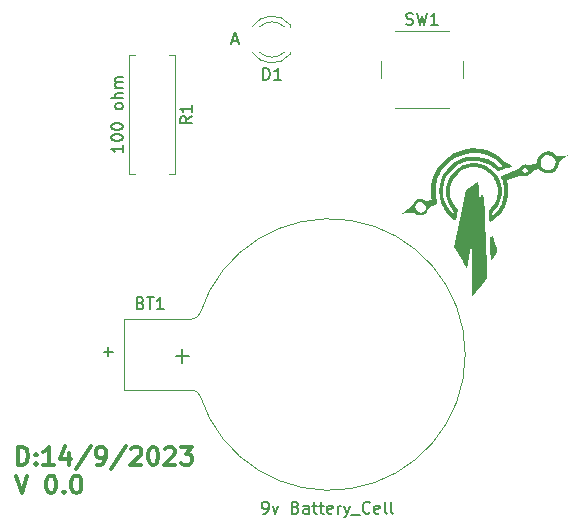
<source format=gbr>
%TF.GenerationSoftware,KiCad,Pcbnew,7.0.1*%
%TF.CreationDate,2023-09-18T10:06:49+03:00*%
%TF.ProjectId,led_tourch,6c65645f-746f-4757-9263-682e6b696361,Mohamed Saber*%
%TF.SameCoordinates,Original*%
%TF.FileFunction,Legend,Top*%
%TF.FilePolarity,Positive*%
%FSLAX45Y45*%
G04 Gerber Fmt 4.5, Leading zero omitted, Abs format (unit mm)*
G04 Created by KiCad (PCBNEW 7.0.1) date 2023-09-18 10:06:49*
%MOMM*%
%LPD*%
G01*
G04 APERTURE LIST*
%ADD10C,0.300000*%
%ADD11C,0.150000*%
%ADD12C,0.120000*%
G04 APERTURE END LIST*
D10*
X15885314Y-7028443D02*
X15885314Y-6878443D01*
X15885314Y-6878443D02*
X15921028Y-6878443D01*
X15921028Y-6878443D02*
X15942457Y-6885586D01*
X15942457Y-6885586D02*
X15956743Y-6899871D01*
X15956743Y-6899871D02*
X15963886Y-6914157D01*
X15963886Y-6914157D02*
X15971028Y-6942728D01*
X15971028Y-6942728D02*
X15971028Y-6964157D01*
X15971028Y-6964157D02*
X15963886Y-6992728D01*
X15963886Y-6992728D02*
X15956743Y-7007014D01*
X15956743Y-7007014D02*
X15942457Y-7021300D01*
X15942457Y-7021300D02*
X15921028Y-7028443D01*
X15921028Y-7028443D02*
X15885314Y-7028443D01*
X16035314Y-7014157D02*
X16042457Y-7021300D01*
X16042457Y-7021300D02*
X16035314Y-7028443D01*
X16035314Y-7028443D02*
X16028171Y-7021300D01*
X16028171Y-7021300D02*
X16035314Y-7014157D01*
X16035314Y-7014157D02*
X16035314Y-7028443D01*
X16035314Y-6935586D02*
X16042457Y-6942728D01*
X16042457Y-6942728D02*
X16035314Y-6949871D01*
X16035314Y-6949871D02*
X16028171Y-6942728D01*
X16028171Y-6942728D02*
X16035314Y-6935586D01*
X16035314Y-6935586D02*
X16035314Y-6949871D01*
X16185314Y-7028443D02*
X16099600Y-7028443D01*
X16142457Y-7028443D02*
X16142457Y-6878443D01*
X16142457Y-6878443D02*
X16128171Y-6899871D01*
X16128171Y-6899871D02*
X16113886Y-6914157D01*
X16113886Y-6914157D02*
X16099600Y-6921300D01*
X16313886Y-6928443D02*
X16313886Y-7028443D01*
X16278171Y-6871300D02*
X16242457Y-6978443D01*
X16242457Y-6978443D02*
X16335314Y-6978443D01*
X16499600Y-6871300D02*
X16371028Y-7064157D01*
X16556743Y-7028443D02*
X16585314Y-7028443D01*
X16585314Y-7028443D02*
X16599600Y-7021300D01*
X16599600Y-7021300D02*
X16606743Y-7014157D01*
X16606743Y-7014157D02*
X16621028Y-6992728D01*
X16621028Y-6992728D02*
X16628171Y-6964157D01*
X16628171Y-6964157D02*
X16628171Y-6907014D01*
X16628171Y-6907014D02*
X16621028Y-6892728D01*
X16621028Y-6892728D02*
X16613886Y-6885586D01*
X16613886Y-6885586D02*
X16599600Y-6878443D01*
X16599600Y-6878443D02*
X16571028Y-6878443D01*
X16571028Y-6878443D02*
X16556743Y-6885586D01*
X16556743Y-6885586D02*
X16549600Y-6892728D01*
X16549600Y-6892728D02*
X16542457Y-6907014D01*
X16542457Y-6907014D02*
X16542457Y-6942728D01*
X16542457Y-6942728D02*
X16549600Y-6957014D01*
X16549600Y-6957014D02*
X16556743Y-6964157D01*
X16556743Y-6964157D02*
X16571028Y-6971300D01*
X16571028Y-6971300D02*
X16599600Y-6971300D01*
X16599600Y-6971300D02*
X16613886Y-6964157D01*
X16613886Y-6964157D02*
X16621028Y-6957014D01*
X16621028Y-6957014D02*
X16628171Y-6942728D01*
X16799600Y-6871300D02*
X16671028Y-7064157D01*
X16842457Y-6892728D02*
X16849600Y-6885586D01*
X16849600Y-6885586D02*
X16863886Y-6878443D01*
X16863886Y-6878443D02*
X16899600Y-6878443D01*
X16899600Y-6878443D02*
X16913886Y-6885586D01*
X16913886Y-6885586D02*
X16921029Y-6892728D01*
X16921029Y-6892728D02*
X16928171Y-6907014D01*
X16928171Y-6907014D02*
X16928171Y-6921300D01*
X16928171Y-6921300D02*
X16921029Y-6942728D01*
X16921029Y-6942728D02*
X16835314Y-7028443D01*
X16835314Y-7028443D02*
X16928171Y-7028443D01*
X17021029Y-6878443D02*
X17035314Y-6878443D01*
X17035314Y-6878443D02*
X17049600Y-6885586D01*
X17049600Y-6885586D02*
X17056743Y-6892728D01*
X17056743Y-6892728D02*
X17063886Y-6907014D01*
X17063886Y-6907014D02*
X17071029Y-6935586D01*
X17071029Y-6935586D02*
X17071029Y-6971300D01*
X17071029Y-6971300D02*
X17063886Y-6999871D01*
X17063886Y-6999871D02*
X17056743Y-7014157D01*
X17056743Y-7014157D02*
X17049600Y-7021300D01*
X17049600Y-7021300D02*
X17035314Y-7028443D01*
X17035314Y-7028443D02*
X17021029Y-7028443D01*
X17021029Y-7028443D02*
X17006743Y-7021300D01*
X17006743Y-7021300D02*
X16999600Y-7014157D01*
X16999600Y-7014157D02*
X16992457Y-6999871D01*
X16992457Y-6999871D02*
X16985314Y-6971300D01*
X16985314Y-6971300D02*
X16985314Y-6935586D01*
X16985314Y-6935586D02*
X16992457Y-6907014D01*
X16992457Y-6907014D02*
X16999600Y-6892728D01*
X16999600Y-6892728D02*
X17006743Y-6885586D01*
X17006743Y-6885586D02*
X17021029Y-6878443D01*
X17128171Y-6892728D02*
X17135314Y-6885586D01*
X17135314Y-6885586D02*
X17149600Y-6878443D01*
X17149600Y-6878443D02*
X17185314Y-6878443D01*
X17185314Y-6878443D02*
X17199600Y-6885586D01*
X17199600Y-6885586D02*
X17206743Y-6892728D01*
X17206743Y-6892728D02*
X17213886Y-6907014D01*
X17213886Y-6907014D02*
X17213886Y-6921300D01*
X17213886Y-6921300D02*
X17206743Y-6942728D01*
X17206743Y-6942728D02*
X17121028Y-7028443D01*
X17121028Y-7028443D02*
X17213886Y-7028443D01*
X17263886Y-6878443D02*
X17356743Y-6878443D01*
X17356743Y-6878443D02*
X17306743Y-6935586D01*
X17306743Y-6935586D02*
X17328171Y-6935586D01*
X17328171Y-6935586D02*
X17342457Y-6942728D01*
X17342457Y-6942728D02*
X17349600Y-6949871D01*
X17349600Y-6949871D02*
X17356743Y-6964157D01*
X17356743Y-6964157D02*
X17356743Y-6999871D01*
X17356743Y-6999871D02*
X17349600Y-7014157D01*
X17349600Y-7014157D02*
X17342457Y-7021300D01*
X17342457Y-7021300D02*
X17328171Y-7028443D01*
X17328171Y-7028443D02*
X17285314Y-7028443D01*
X17285314Y-7028443D02*
X17271028Y-7021300D01*
X17271028Y-7021300D02*
X17263886Y-7014157D01*
X15863886Y-7121443D02*
X15913886Y-7271443D01*
X15913886Y-7271443D02*
X15963886Y-7121443D01*
X16156743Y-7121443D02*
X16171028Y-7121443D01*
X16171028Y-7121443D02*
X16185314Y-7128586D01*
X16185314Y-7128586D02*
X16192457Y-7135728D01*
X16192457Y-7135728D02*
X16199600Y-7150014D01*
X16199600Y-7150014D02*
X16206743Y-7178586D01*
X16206743Y-7178586D02*
X16206743Y-7214300D01*
X16206743Y-7214300D02*
X16199600Y-7242871D01*
X16199600Y-7242871D02*
X16192457Y-7257157D01*
X16192457Y-7257157D02*
X16185314Y-7264300D01*
X16185314Y-7264300D02*
X16171028Y-7271443D01*
X16171028Y-7271443D02*
X16156743Y-7271443D01*
X16156743Y-7271443D02*
X16142457Y-7264300D01*
X16142457Y-7264300D02*
X16135314Y-7257157D01*
X16135314Y-7257157D02*
X16128171Y-7242871D01*
X16128171Y-7242871D02*
X16121028Y-7214300D01*
X16121028Y-7214300D02*
X16121028Y-7178586D01*
X16121028Y-7178586D02*
X16128171Y-7150014D01*
X16128171Y-7150014D02*
X16135314Y-7135728D01*
X16135314Y-7135728D02*
X16142457Y-7128586D01*
X16142457Y-7128586D02*
X16156743Y-7121443D01*
X16271028Y-7257157D02*
X16278171Y-7264300D01*
X16278171Y-7264300D02*
X16271028Y-7271443D01*
X16271028Y-7271443D02*
X16263886Y-7264300D01*
X16263886Y-7264300D02*
X16271028Y-7257157D01*
X16271028Y-7257157D02*
X16271028Y-7271443D01*
X16371028Y-7121443D02*
X16385314Y-7121443D01*
X16385314Y-7121443D02*
X16399600Y-7128586D01*
X16399600Y-7128586D02*
X16406743Y-7135728D01*
X16406743Y-7135728D02*
X16413886Y-7150014D01*
X16413886Y-7150014D02*
X16421028Y-7178586D01*
X16421028Y-7178586D02*
X16421028Y-7214300D01*
X16421028Y-7214300D02*
X16413886Y-7242871D01*
X16413886Y-7242871D02*
X16406743Y-7257157D01*
X16406743Y-7257157D02*
X16399600Y-7264300D01*
X16399600Y-7264300D02*
X16385314Y-7271443D01*
X16385314Y-7271443D02*
X16371028Y-7271443D01*
X16371028Y-7271443D02*
X16356743Y-7264300D01*
X16356743Y-7264300D02*
X16349600Y-7257157D01*
X16349600Y-7257157D02*
X16342457Y-7242871D01*
X16342457Y-7242871D02*
X16335314Y-7214300D01*
X16335314Y-7214300D02*
X16335314Y-7178586D01*
X16335314Y-7178586D02*
X16342457Y-7150014D01*
X16342457Y-7150014D02*
X16349600Y-7135728D01*
X16349600Y-7135728D02*
X16356743Y-7128586D01*
X16356743Y-7128586D02*
X16371028Y-7121443D01*
D11*
X17697448Y-3438990D02*
X17745067Y-3438990D01*
X17687924Y-3467562D02*
X17721257Y-3367562D01*
X17721257Y-3367562D02*
X17754590Y-3467562D01*
X16610009Y-6071067D02*
X16686200Y-6071067D01*
X16648105Y-6109162D02*
X16648105Y-6032971D01*
%TO.C,D1*%
X17960191Y-3771262D02*
X17960191Y-3671262D01*
X17960191Y-3671262D02*
X17984000Y-3671262D01*
X17984000Y-3671262D02*
X17998286Y-3676024D01*
X17998286Y-3676024D02*
X18007810Y-3685548D01*
X18007810Y-3685548D02*
X18012571Y-3695071D01*
X18012571Y-3695071D02*
X18017333Y-3714119D01*
X18017333Y-3714119D02*
X18017333Y-3728405D01*
X18017333Y-3728405D02*
X18012571Y-3747452D01*
X18012571Y-3747452D02*
X18007810Y-3756976D01*
X18007810Y-3756976D02*
X17998286Y-3766500D01*
X17998286Y-3766500D02*
X17984000Y-3771262D01*
X17984000Y-3771262D02*
X17960191Y-3771262D01*
X18112571Y-3771262D02*
X18055429Y-3771262D01*
X18084000Y-3771262D02*
X18084000Y-3671262D01*
X18084000Y-3671262D02*
X18074476Y-3685548D01*
X18074476Y-3685548D02*
X18064952Y-3695071D01*
X18064952Y-3695071D02*
X18055429Y-3699833D01*
%TO.C,BT1*%
X16922429Y-5659881D02*
X16936714Y-5664643D01*
X16936714Y-5664643D02*
X16941476Y-5669405D01*
X16941476Y-5669405D02*
X16946238Y-5678928D01*
X16946238Y-5678928D02*
X16946238Y-5693214D01*
X16946238Y-5693214D02*
X16941476Y-5702738D01*
X16941476Y-5702738D02*
X16936714Y-5707500D01*
X16936714Y-5707500D02*
X16927190Y-5712262D01*
X16927190Y-5712262D02*
X16889095Y-5712262D01*
X16889095Y-5712262D02*
X16889095Y-5612262D01*
X16889095Y-5612262D02*
X16922429Y-5612262D01*
X16922429Y-5612262D02*
X16931952Y-5617024D01*
X16931952Y-5617024D02*
X16936714Y-5621786D01*
X16936714Y-5621786D02*
X16941476Y-5631309D01*
X16941476Y-5631309D02*
X16941476Y-5640833D01*
X16941476Y-5640833D02*
X16936714Y-5650357D01*
X16936714Y-5650357D02*
X16931952Y-5655119D01*
X16931952Y-5655119D02*
X16922429Y-5659881D01*
X16922429Y-5659881D02*
X16889095Y-5659881D01*
X16974810Y-5612262D02*
X17031952Y-5612262D01*
X17003381Y-5712262D02*
X17003381Y-5612262D01*
X17117667Y-5712262D02*
X17060524Y-5712262D01*
X17089095Y-5712262D02*
X17089095Y-5612262D01*
X17089095Y-5612262D02*
X17079571Y-5626548D01*
X17079571Y-5626548D02*
X17070048Y-5636071D01*
X17070048Y-5636071D02*
X17060524Y-5640833D01*
X17958143Y-7442262D02*
X17977190Y-7442262D01*
X17977190Y-7442262D02*
X17986714Y-7437500D01*
X17986714Y-7437500D02*
X17991476Y-7432738D01*
X17991476Y-7432738D02*
X18001000Y-7418452D01*
X18001000Y-7418452D02*
X18005762Y-7399405D01*
X18005762Y-7399405D02*
X18005762Y-7361309D01*
X18005762Y-7361309D02*
X18001000Y-7351786D01*
X18001000Y-7351786D02*
X17996238Y-7347024D01*
X17996238Y-7347024D02*
X17986714Y-7342262D01*
X17986714Y-7342262D02*
X17967667Y-7342262D01*
X17967667Y-7342262D02*
X17958143Y-7347024D01*
X17958143Y-7347024D02*
X17953381Y-7351786D01*
X17953381Y-7351786D02*
X17948619Y-7361309D01*
X17948619Y-7361309D02*
X17948619Y-7385119D01*
X17948619Y-7385119D02*
X17953381Y-7394643D01*
X17953381Y-7394643D02*
X17958143Y-7399405D01*
X17958143Y-7399405D02*
X17967667Y-7404167D01*
X17967667Y-7404167D02*
X17986714Y-7404167D01*
X17986714Y-7404167D02*
X17996238Y-7399405D01*
X17996238Y-7399405D02*
X18001000Y-7394643D01*
X18001000Y-7394643D02*
X18005762Y-7385119D01*
X18039095Y-7375595D02*
X18062905Y-7442262D01*
X18062905Y-7442262D02*
X18086714Y-7375595D01*
X18234333Y-7389881D02*
X18248619Y-7394643D01*
X18248619Y-7394643D02*
X18253381Y-7399405D01*
X18253381Y-7399405D02*
X18258143Y-7408928D01*
X18258143Y-7408928D02*
X18258143Y-7423214D01*
X18258143Y-7423214D02*
X18253381Y-7432738D01*
X18253381Y-7432738D02*
X18248619Y-7437500D01*
X18248619Y-7437500D02*
X18239095Y-7442262D01*
X18239095Y-7442262D02*
X18201000Y-7442262D01*
X18201000Y-7442262D02*
X18201000Y-7342262D01*
X18201000Y-7342262D02*
X18234333Y-7342262D01*
X18234333Y-7342262D02*
X18243857Y-7347024D01*
X18243857Y-7347024D02*
X18248619Y-7351786D01*
X18248619Y-7351786D02*
X18253381Y-7361309D01*
X18253381Y-7361309D02*
X18253381Y-7370833D01*
X18253381Y-7370833D02*
X18248619Y-7380357D01*
X18248619Y-7380357D02*
X18243857Y-7385119D01*
X18243857Y-7385119D02*
X18234333Y-7389881D01*
X18234333Y-7389881D02*
X18201000Y-7389881D01*
X18343857Y-7442262D02*
X18343857Y-7389881D01*
X18343857Y-7389881D02*
X18339095Y-7380357D01*
X18339095Y-7380357D02*
X18329571Y-7375595D01*
X18329571Y-7375595D02*
X18310524Y-7375595D01*
X18310524Y-7375595D02*
X18301000Y-7380357D01*
X18343857Y-7437500D02*
X18334333Y-7442262D01*
X18334333Y-7442262D02*
X18310524Y-7442262D01*
X18310524Y-7442262D02*
X18301000Y-7437500D01*
X18301000Y-7437500D02*
X18296238Y-7427976D01*
X18296238Y-7427976D02*
X18296238Y-7418452D01*
X18296238Y-7418452D02*
X18301000Y-7408928D01*
X18301000Y-7408928D02*
X18310524Y-7404167D01*
X18310524Y-7404167D02*
X18334333Y-7404167D01*
X18334333Y-7404167D02*
X18343857Y-7399405D01*
X18377190Y-7375595D02*
X18415286Y-7375595D01*
X18391476Y-7342262D02*
X18391476Y-7427976D01*
X18391476Y-7427976D02*
X18396238Y-7437500D01*
X18396238Y-7437500D02*
X18405762Y-7442262D01*
X18405762Y-7442262D02*
X18415286Y-7442262D01*
X18434333Y-7375595D02*
X18472429Y-7375595D01*
X18448619Y-7342262D02*
X18448619Y-7427976D01*
X18448619Y-7427976D02*
X18453381Y-7437500D01*
X18453381Y-7437500D02*
X18462905Y-7442262D01*
X18462905Y-7442262D02*
X18472429Y-7442262D01*
X18543857Y-7437500D02*
X18534333Y-7442262D01*
X18534333Y-7442262D02*
X18515286Y-7442262D01*
X18515286Y-7442262D02*
X18505762Y-7437500D01*
X18505762Y-7437500D02*
X18501000Y-7427976D01*
X18501000Y-7427976D02*
X18501000Y-7389881D01*
X18501000Y-7389881D02*
X18505762Y-7380357D01*
X18505762Y-7380357D02*
X18515286Y-7375595D01*
X18515286Y-7375595D02*
X18534333Y-7375595D01*
X18534333Y-7375595D02*
X18543857Y-7380357D01*
X18543857Y-7380357D02*
X18548619Y-7389881D01*
X18548619Y-7389881D02*
X18548619Y-7399405D01*
X18548619Y-7399405D02*
X18501000Y-7408928D01*
X18591476Y-7442262D02*
X18591476Y-7375595D01*
X18591476Y-7394643D02*
X18596238Y-7385119D01*
X18596238Y-7385119D02*
X18601000Y-7380357D01*
X18601000Y-7380357D02*
X18610524Y-7375595D01*
X18610524Y-7375595D02*
X18620048Y-7375595D01*
X18643857Y-7375595D02*
X18667667Y-7442262D01*
X18691476Y-7375595D02*
X18667667Y-7442262D01*
X18667667Y-7442262D02*
X18658143Y-7466071D01*
X18658143Y-7466071D02*
X18653381Y-7470833D01*
X18653381Y-7470833D02*
X18643857Y-7475595D01*
X18705762Y-7451786D02*
X18781952Y-7451786D01*
X18862905Y-7432738D02*
X18858143Y-7437500D01*
X18858143Y-7437500D02*
X18843857Y-7442262D01*
X18843857Y-7442262D02*
X18834333Y-7442262D01*
X18834333Y-7442262D02*
X18820048Y-7437500D01*
X18820048Y-7437500D02*
X18810524Y-7427976D01*
X18810524Y-7427976D02*
X18805762Y-7418452D01*
X18805762Y-7418452D02*
X18801000Y-7399405D01*
X18801000Y-7399405D02*
X18801000Y-7385119D01*
X18801000Y-7385119D02*
X18805762Y-7366071D01*
X18805762Y-7366071D02*
X18810524Y-7356548D01*
X18810524Y-7356548D02*
X18820048Y-7347024D01*
X18820048Y-7347024D02*
X18834333Y-7342262D01*
X18834333Y-7342262D02*
X18843857Y-7342262D01*
X18843857Y-7342262D02*
X18858143Y-7347024D01*
X18858143Y-7347024D02*
X18862905Y-7351786D01*
X18943857Y-7437500D02*
X18934333Y-7442262D01*
X18934333Y-7442262D02*
X18915286Y-7442262D01*
X18915286Y-7442262D02*
X18905762Y-7437500D01*
X18905762Y-7437500D02*
X18901000Y-7427976D01*
X18901000Y-7427976D02*
X18901000Y-7389881D01*
X18901000Y-7389881D02*
X18905762Y-7380357D01*
X18905762Y-7380357D02*
X18915286Y-7375595D01*
X18915286Y-7375595D02*
X18934333Y-7375595D01*
X18934333Y-7375595D02*
X18943857Y-7380357D01*
X18943857Y-7380357D02*
X18948619Y-7389881D01*
X18948619Y-7389881D02*
X18948619Y-7399405D01*
X18948619Y-7399405D02*
X18901000Y-7408928D01*
X19005762Y-7442262D02*
X18996238Y-7437500D01*
X18996238Y-7437500D02*
X18991476Y-7427976D01*
X18991476Y-7427976D02*
X18991476Y-7342262D01*
X19058143Y-7442262D02*
X19048619Y-7437500D01*
X19048619Y-7437500D02*
X19043857Y-7427976D01*
X19043857Y-7427976D02*
X19043857Y-7342262D01*
X17218857Y-6108250D02*
X17333143Y-6108250D01*
X17276000Y-6165393D02*
X17276000Y-6051107D01*
%TO.C,SW1*%
X19170667Y-3299500D02*
X19184952Y-3304262D01*
X19184952Y-3304262D02*
X19208762Y-3304262D01*
X19208762Y-3304262D02*
X19218286Y-3299500D01*
X19218286Y-3299500D02*
X19223048Y-3294738D01*
X19223048Y-3294738D02*
X19227810Y-3285214D01*
X19227810Y-3285214D02*
X19227810Y-3275690D01*
X19227810Y-3275690D02*
X19223048Y-3266167D01*
X19223048Y-3266167D02*
X19218286Y-3261405D01*
X19218286Y-3261405D02*
X19208762Y-3256643D01*
X19208762Y-3256643D02*
X19189714Y-3251881D01*
X19189714Y-3251881D02*
X19180191Y-3247119D01*
X19180191Y-3247119D02*
X19175429Y-3242357D01*
X19175429Y-3242357D02*
X19170667Y-3232833D01*
X19170667Y-3232833D02*
X19170667Y-3223309D01*
X19170667Y-3223309D02*
X19175429Y-3213786D01*
X19175429Y-3213786D02*
X19180191Y-3209024D01*
X19180191Y-3209024D02*
X19189714Y-3204262D01*
X19189714Y-3204262D02*
X19213524Y-3204262D01*
X19213524Y-3204262D02*
X19227810Y-3209024D01*
X19261143Y-3204262D02*
X19284952Y-3304262D01*
X19284952Y-3304262D02*
X19304000Y-3232833D01*
X19304000Y-3232833D02*
X19323048Y-3304262D01*
X19323048Y-3304262D02*
X19346857Y-3204262D01*
X19437333Y-3304262D02*
X19380191Y-3304262D01*
X19408762Y-3304262D02*
X19408762Y-3204262D01*
X19408762Y-3204262D02*
X19399238Y-3218548D01*
X19399238Y-3218548D02*
X19389714Y-3228071D01*
X19389714Y-3228071D02*
X19380191Y-3232833D01*
%TO.C,R1*%
X17356262Y-4080667D02*
X17308643Y-4114000D01*
X17356262Y-4137809D02*
X17256262Y-4137809D01*
X17256262Y-4137809D02*
X17256262Y-4099714D01*
X17256262Y-4099714D02*
X17261024Y-4090190D01*
X17261024Y-4090190D02*
X17265786Y-4085428D01*
X17265786Y-4085428D02*
X17275310Y-4080667D01*
X17275310Y-4080667D02*
X17289595Y-4080667D01*
X17289595Y-4080667D02*
X17299119Y-4085428D01*
X17299119Y-4085428D02*
X17303881Y-4090190D01*
X17303881Y-4090190D02*
X17308643Y-4099714D01*
X17308643Y-4099714D02*
X17308643Y-4137809D01*
X17356262Y-3985428D02*
X17356262Y-4042571D01*
X17356262Y-4014000D02*
X17256262Y-4014000D01*
X17256262Y-4014000D02*
X17270548Y-4023524D01*
X17270548Y-4023524D02*
X17280071Y-4033047D01*
X17280071Y-4033047D02*
X17284833Y-4042571D01*
X16772262Y-4325905D02*
X16772262Y-4383048D01*
X16772262Y-4354476D02*
X16672262Y-4354476D01*
X16672262Y-4354476D02*
X16686548Y-4364000D01*
X16686548Y-4364000D02*
X16696071Y-4373524D01*
X16696071Y-4373524D02*
X16700833Y-4383048D01*
X16672262Y-4264000D02*
X16672262Y-4254476D01*
X16672262Y-4254476D02*
X16677024Y-4244952D01*
X16677024Y-4244952D02*
X16681786Y-4240190D01*
X16681786Y-4240190D02*
X16691309Y-4235429D01*
X16691309Y-4235429D02*
X16710357Y-4230667D01*
X16710357Y-4230667D02*
X16734167Y-4230667D01*
X16734167Y-4230667D02*
X16753214Y-4235429D01*
X16753214Y-4235429D02*
X16762738Y-4240190D01*
X16762738Y-4240190D02*
X16767500Y-4244952D01*
X16767500Y-4244952D02*
X16772262Y-4254476D01*
X16772262Y-4254476D02*
X16772262Y-4264000D01*
X16772262Y-4264000D02*
X16767500Y-4273524D01*
X16767500Y-4273524D02*
X16762738Y-4278286D01*
X16762738Y-4278286D02*
X16753214Y-4283048D01*
X16753214Y-4283048D02*
X16734167Y-4287809D01*
X16734167Y-4287809D02*
X16710357Y-4287809D01*
X16710357Y-4287809D02*
X16691309Y-4283048D01*
X16691309Y-4283048D02*
X16681786Y-4278286D01*
X16681786Y-4278286D02*
X16677024Y-4273524D01*
X16677024Y-4273524D02*
X16672262Y-4264000D01*
X16672262Y-4168762D02*
X16672262Y-4159238D01*
X16672262Y-4159238D02*
X16677024Y-4149714D01*
X16677024Y-4149714D02*
X16681786Y-4144952D01*
X16681786Y-4144952D02*
X16691309Y-4140190D01*
X16691309Y-4140190D02*
X16710357Y-4135428D01*
X16710357Y-4135428D02*
X16734167Y-4135428D01*
X16734167Y-4135428D02*
X16753214Y-4140190D01*
X16753214Y-4140190D02*
X16762738Y-4144952D01*
X16762738Y-4144952D02*
X16767500Y-4149714D01*
X16767500Y-4149714D02*
X16772262Y-4159238D01*
X16772262Y-4159238D02*
X16772262Y-4168762D01*
X16772262Y-4168762D02*
X16767500Y-4178286D01*
X16767500Y-4178286D02*
X16762738Y-4183047D01*
X16762738Y-4183047D02*
X16753214Y-4187809D01*
X16753214Y-4187809D02*
X16734167Y-4192571D01*
X16734167Y-4192571D02*
X16710357Y-4192571D01*
X16710357Y-4192571D02*
X16691309Y-4187809D01*
X16691309Y-4187809D02*
X16681786Y-4183047D01*
X16681786Y-4183047D02*
X16677024Y-4178286D01*
X16677024Y-4178286D02*
X16672262Y-4168762D01*
X16772262Y-4002095D02*
X16767500Y-4011619D01*
X16767500Y-4011619D02*
X16762738Y-4016381D01*
X16762738Y-4016381D02*
X16753214Y-4021143D01*
X16753214Y-4021143D02*
X16724643Y-4021143D01*
X16724643Y-4021143D02*
X16715119Y-4016381D01*
X16715119Y-4016381D02*
X16710357Y-4011619D01*
X16710357Y-4011619D02*
X16705595Y-4002095D01*
X16705595Y-4002095D02*
X16705595Y-3987809D01*
X16705595Y-3987809D02*
X16710357Y-3978286D01*
X16710357Y-3978286D02*
X16715119Y-3973524D01*
X16715119Y-3973524D02*
X16724643Y-3968762D01*
X16724643Y-3968762D02*
X16753214Y-3968762D01*
X16753214Y-3968762D02*
X16762738Y-3973524D01*
X16762738Y-3973524D02*
X16767500Y-3978286D01*
X16767500Y-3978286D02*
X16772262Y-3987809D01*
X16772262Y-3987809D02*
X16772262Y-4002095D01*
X16772262Y-3925905D02*
X16672262Y-3925905D01*
X16772262Y-3883047D02*
X16719881Y-3883047D01*
X16719881Y-3883047D02*
X16710357Y-3887809D01*
X16710357Y-3887809D02*
X16705595Y-3897333D01*
X16705595Y-3897333D02*
X16705595Y-3911619D01*
X16705595Y-3911619D02*
X16710357Y-3921143D01*
X16710357Y-3921143D02*
X16715119Y-3925905D01*
X16772262Y-3835428D02*
X16705595Y-3835428D01*
X16715119Y-3835428D02*
X16710357Y-3830666D01*
X16710357Y-3830666D02*
X16705595Y-3821143D01*
X16705595Y-3821143D02*
X16705595Y-3806857D01*
X16705595Y-3806857D02*
X16710357Y-3797333D01*
X16710357Y-3797333D02*
X16719881Y-3792571D01*
X16719881Y-3792571D02*
X16772262Y-3792571D01*
X16719881Y-3792571D02*
X16710357Y-3787809D01*
X16710357Y-3787809D02*
X16705595Y-3778286D01*
X16705595Y-3778286D02*
X16705595Y-3764000D01*
X16705595Y-3764000D02*
X16710357Y-3754476D01*
X16710357Y-3754476D02*
X16719881Y-3749714D01*
X16719881Y-3749714D02*
X16772262Y-3749714D01*
%TO.C,G\u002A\u002A\u002A*%
G36*
X19781345Y-4636500D02*
G01*
X19782134Y-4649518D01*
X19782899Y-4669291D01*
X19783577Y-4694246D01*
X19784060Y-4719696D01*
X19785412Y-4807581D01*
X19797136Y-4773619D01*
X19808860Y-4739656D01*
X19819897Y-4751338D01*
X19822047Y-4753785D01*
X19823933Y-4756733D01*
X19825606Y-4760892D01*
X19827115Y-4766974D01*
X19828511Y-4775688D01*
X19829843Y-4787745D01*
X19831161Y-4803856D01*
X19832517Y-4824730D01*
X19833959Y-4851079D01*
X19835539Y-4883612D01*
X19837305Y-4923041D01*
X19839309Y-4970075D01*
X19841600Y-5025425D01*
X19844228Y-5089802D01*
X19844862Y-5105374D01*
X19847561Y-5171854D01*
X19849862Y-5229151D01*
X19851775Y-5277978D01*
X19853307Y-5319046D01*
X19854469Y-5353069D01*
X19855269Y-5380758D01*
X19855716Y-5402825D01*
X19855819Y-5419982D01*
X19855587Y-5432941D01*
X19855029Y-5442415D01*
X19854153Y-5449114D01*
X19852970Y-5453752D01*
X19851488Y-5457040D01*
X19849715Y-5459690D01*
X19849333Y-5460198D01*
X19840969Y-5470776D01*
X19828545Y-5485925D01*
X19813274Y-5504227D01*
X19796367Y-5524260D01*
X19779038Y-5544606D01*
X19762499Y-5563844D01*
X19747963Y-5580554D01*
X19736642Y-5593317D01*
X19729748Y-5600712D01*
X19728259Y-5601981D01*
X19727737Y-5597260D01*
X19727342Y-5583652D01*
X19727079Y-5562172D01*
X19726951Y-5533835D01*
X19726959Y-5499656D01*
X19727108Y-5460650D01*
X19727400Y-5417831D01*
X19727634Y-5391831D01*
X19728099Y-5333842D01*
X19728258Y-5285531D01*
X19728106Y-5246679D01*
X19727642Y-5217066D01*
X19726862Y-5196471D01*
X19725762Y-5184677D01*
X19724527Y-5181402D01*
X19722346Y-5181834D01*
X19720414Y-5183936D01*
X19718463Y-5188912D01*
X19716224Y-5197970D01*
X19713430Y-5212315D01*
X19709813Y-5233155D01*
X19705104Y-5261694D01*
X19700860Y-5287851D01*
X19696470Y-5314571D01*
X19692556Y-5337616D01*
X19689411Y-5355319D01*
X19687329Y-5366017D01*
X19686675Y-5368436D01*
X19683730Y-5365089D01*
X19676913Y-5354971D01*
X19667382Y-5339845D01*
X19660680Y-5328829D01*
X19647205Y-5306463D01*
X19631055Y-5279741D01*
X19614711Y-5252763D01*
X19605953Y-5238342D01*
X19575851Y-5188829D01*
X19626421Y-4947041D01*
X19676990Y-4705253D01*
X19727733Y-4668532D01*
X19747062Y-4654659D01*
X19763347Y-4643186D01*
X19775000Y-4635217D01*
X19780434Y-4631853D01*
X19780592Y-4631811D01*
X19781345Y-4636500D01*
G37*
G36*
X19901783Y-5095534D02*
G01*
X19904865Y-5101931D01*
X19909887Y-5115594D01*
X19916146Y-5134247D01*
X19922938Y-5155614D01*
X19929557Y-5177419D01*
X19935299Y-5197385D01*
X19939460Y-5213236D01*
X19941336Y-5222695D01*
X19941377Y-5223478D01*
X19938655Y-5229824D01*
X19931596Y-5241311D01*
X19921861Y-5255632D01*
X19911111Y-5270484D01*
X19901005Y-5283562D01*
X19893205Y-5292561D01*
X19889645Y-5295281D01*
X19888592Y-5290753D01*
X19887074Y-5278804D01*
X19885397Y-5261883D01*
X19885178Y-5259384D01*
X19883620Y-5239363D01*
X19881826Y-5213207D01*
X19880044Y-5184672D01*
X19878832Y-5163390D01*
X19877542Y-5138140D01*
X19877042Y-5120973D01*
X19877549Y-5110083D01*
X19879278Y-5103667D01*
X19882445Y-5099922D01*
X19886733Y-5097327D01*
X19896466Y-5094270D01*
X19901783Y-5095534D01*
G37*
G36*
X20273788Y-4470131D02*
G01*
X20307789Y-4470131D01*
X20312067Y-4493870D01*
X20323699Y-4513124D01*
X20340803Y-4526847D01*
X20361499Y-4533994D01*
X20383907Y-4533520D01*
X20405794Y-4524604D01*
X20423436Y-4508189D01*
X20433242Y-4487649D01*
X20434990Y-4465187D01*
X20428457Y-4443011D01*
X20415769Y-4425569D01*
X20395783Y-4411495D01*
X20374243Y-4405939D01*
X20353007Y-4408135D01*
X20333934Y-4417315D01*
X20318884Y-4432711D01*
X20309716Y-4453557D01*
X20307789Y-4470131D01*
X20273788Y-4470131D01*
X20275749Y-4467564D01*
X20278375Y-4457785D01*
X20279046Y-4453977D01*
X20288509Y-4426563D01*
X20305929Y-4403417D01*
X20329686Y-4386284D01*
X20348622Y-4378962D01*
X20375574Y-4376605D01*
X20403412Y-4382954D01*
X20429757Y-4397366D01*
X20436414Y-4402650D01*
X20448247Y-4412283D01*
X20457503Y-4417226D01*
X20468085Y-4418577D01*
X20483892Y-4417433D01*
X20487602Y-4417046D01*
X20506742Y-4414826D01*
X20524121Y-4412473D01*
X20533053Y-4411021D01*
X20539439Y-4410380D01*
X20537711Y-4412611D01*
X20527418Y-4418134D01*
X20523151Y-4420224D01*
X20496282Y-4435187D01*
X20478232Y-4450096D01*
X20467975Y-4465960D01*
X20464969Y-4477498D01*
X20456631Y-4508052D01*
X20441185Y-4532690D01*
X20419622Y-4550495D01*
X20392934Y-4560549D01*
X20373154Y-4562494D01*
X20341715Y-4558441D01*
X20315742Y-4546410D01*
X20302902Y-4535350D01*
X20291880Y-4523617D01*
X20263928Y-4534133D01*
X20233659Y-4550420D01*
X20215826Y-4565950D01*
X20196700Y-4581710D01*
X20177933Y-4587803D01*
X20158824Y-4584409D01*
X20153466Y-4581862D01*
X20147327Y-4580164D01*
X20138097Y-4580811D01*
X20124145Y-4584171D01*
X20103839Y-4590612D01*
X20084025Y-4597485D01*
X20024650Y-4618494D01*
X20027825Y-4633818D01*
X20029468Y-4645383D01*
X20031260Y-4663792D01*
X20032924Y-4685994D01*
X20033683Y-4698653D01*
X20032746Y-4751704D01*
X20023578Y-4800074D01*
X20005727Y-4845216D01*
X19978738Y-4888580D01*
X19971186Y-4898461D01*
X19959475Y-4911472D01*
X19943915Y-4926341D01*
X19926474Y-4941469D01*
X19909122Y-4955257D01*
X19893828Y-4966105D01*
X19882560Y-4972416D01*
X19878923Y-4973374D01*
X19875882Y-4968595D01*
X19873299Y-4954673D01*
X19871298Y-4932364D01*
X19870885Y-4925204D01*
X19868361Y-4876960D01*
X19890771Y-4852173D01*
X19905194Y-4833830D01*
X19919564Y-4811746D01*
X19928516Y-4795203D01*
X19935699Y-4779239D01*
X19940215Y-4765771D01*
X19942674Y-4751553D01*
X19943682Y-4733337D01*
X19943852Y-4713250D01*
X19943640Y-4689913D01*
X19942529Y-4673136D01*
X19939808Y-4659577D01*
X19934763Y-4645895D01*
X19926684Y-4628750D01*
X19925206Y-4625754D01*
X19901599Y-4588119D01*
X19872229Y-4557583D01*
X19838322Y-4534378D01*
X19801105Y-4518738D01*
X19761806Y-4510893D01*
X19721651Y-4511076D01*
X19681866Y-4519520D01*
X19643680Y-4536456D01*
X19608319Y-4562117D01*
X19605011Y-4565148D01*
X19575847Y-4598740D01*
X19555234Y-4636147D01*
X19543221Y-4676114D01*
X19539854Y-4717384D01*
X19545181Y-4758701D01*
X19559247Y-4798810D01*
X19582101Y-4836453D01*
X19594302Y-4851194D01*
X19611316Y-4870050D01*
X19602659Y-4908133D01*
X19597213Y-4932276D01*
X19593374Y-4948189D01*
X19590308Y-4957243D01*
X19587182Y-4960804D01*
X19583163Y-4960242D01*
X19577415Y-4956925D01*
X19574135Y-4954951D01*
X19559526Y-4944039D01*
X19541722Y-4927223D01*
X19522907Y-4906914D01*
X19505267Y-4885521D01*
X19490987Y-4865454D01*
X19487003Y-4858866D01*
X19465930Y-4812027D01*
X19453308Y-4761764D01*
X19449336Y-4710007D01*
X19454212Y-4658684D01*
X19462888Y-4624384D01*
X19483597Y-4575666D01*
X19511759Y-4532513D01*
X19546358Y-4495491D01*
X19586376Y-4465165D01*
X19630798Y-4442098D01*
X19678606Y-4426856D01*
X19728784Y-4420003D01*
X19780315Y-4422104D01*
X19815064Y-4428795D01*
X19861067Y-4444814D01*
X19904453Y-4468046D01*
X19936507Y-4491980D01*
X19949378Y-4502715D01*
X19958009Y-4507719D01*
X19965330Y-4508094D01*
X19972721Y-4505590D01*
X19986736Y-4499781D01*
X19964367Y-4478461D01*
X19921368Y-4443842D01*
X19874898Y-4417877D01*
X19825964Y-4400389D01*
X19775575Y-4391203D01*
X19724740Y-4390140D01*
X19674468Y-4397026D01*
X19625766Y-4411682D01*
X19579645Y-4433933D01*
X19537113Y-4463603D01*
X19499178Y-4500513D01*
X19466848Y-4544488D01*
X19453710Y-4567874D01*
X19443591Y-4589964D01*
X19434173Y-4614357D01*
X19428512Y-4632240D01*
X19423145Y-4661084D01*
X19420409Y-4695356D01*
X19420317Y-4731294D01*
X19422882Y-4765134D01*
X19427955Y-4792517D01*
X19431906Y-4808164D01*
X19434210Y-4819427D01*
X19434424Y-4823533D01*
X19429330Y-4825744D01*
X19417320Y-4830154D01*
X19400882Y-4835853D01*
X19399022Y-4836482D01*
X19381187Y-4842859D01*
X19370354Y-4848319D01*
X19364038Y-4854783D01*
X19359755Y-4864171D01*
X19358505Y-4867814D01*
X19346182Y-4892170D01*
X19328076Y-4908496D01*
X19304088Y-4916874D01*
X19296584Y-4917784D01*
X19278931Y-4918217D01*
X19265905Y-4915222D01*
X19252486Y-4907600D01*
X19251693Y-4907060D01*
X19238043Y-4899283D01*
X19223739Y-4895385D01*
X19204424Y-4894236D01*
X19202147Y-4894228D01*
X19182424Y-4895035D01*
X19164000Y-4897115D01*
X19154420Y-4899095D01*
X19141100Y-4902296D01*
X19136707Y-4901659D01*
X19141272Y-4897117D01*
X19154828Y-4888603D01*
X19160979Y-4885079D01*
X19189451Y-4866990D01*
X19210384Y-4849313D01*
X19212054Y-4847121D01*
X19246368Y-4847121D01*
X19250460Y-4867239D01*
X19250661Y-4867727D01*
X19262120Y-4884306D01*
X19278066Y-4893232D01*
X19296275Y-4894137D01*
X19314520Y-4886650D01*
X19322849Y-4879756D01*
X19334783Y-4862571D01*
X19336834Y-4844804D01*
X19329003Y-4826509D01*
X19323096Y-4819047D01*
X19307004Y-4806816D01*
X19289900Y-4802917D01*
X19273534Y-4806175D01*
X19259656Y-4815413D01*
X19250017Y-4829454D01*
X19246368Y-4847121D01*
X19212054Y-4847121D01*
X19222953Y-4832814D01*
X19225919Y-4824911D01*
X19233624Y-4809240D01*
X19248031Y-4794394D01*
X19266098Y-4782977D01*
X19280481Y-4778182D01*
X19295230Y-4777168D01*
X19309831Y-4780894D01*
X19321971Y-4786578D01*
X19336165Y-4793407D01*
X19346276Y-4795812D01*
X19356821Y-4794280D01*
X19366185Y-4791359D01*
X19379711Y-4785764D01*
X19384877Y-4780321D01*
X19384514Y-4776493D01*
X19383122Y-4767770D01*
X19382172Y-4751726D01*
X19381662Y-4730933D01*
X19381592Y-4707960D01*
X19381960Y-4685381D01*
X19382765Y-4665767D01*
X19384007Y-4651688D01*
X19384573Y-4648413D01*
X19387596Y-4636900D01*
X19392706Y-4619460D01*
X19398877Y-4599569D01*
X19399853Y-4596522D01*
X19421534Y-4544651D01*
X19451104Y-4497579D01*
X19487521Y-4455916D01*
X19529745Y-4420276D01*
X19576734Y-4391270D01*
X19627447Y-4369513D01*
X19680842Y-4355616D01*
X19735879Y-4350192D01*
X19791516Y-4353854D01*
X19807517Y-4356683D01*
X19850848Y-4367488D01*
X19889664Y-4381949D01*
X19926563Y-4401371D01*
X19964145Y-4427059D01*
X19992287Y-4449500D01*
X20009326Y-4462733D01*
X20025392Y-4473467D01*
X20037757Y-4479935D01*
X20040629Y-4480847D01*
X20051863Y-4485600D01*
X20059972Y-4492891D01*
X20063144Y-4500307D01*
X20059568Y-4505433D01*
X20059183Y-4505584D01*
X20052172Y-4508106D01*
X20037955Y-4513176D01*
X20018662Y-4520038D01*
X19998379Y-4527237D01*
X19943977Y-4546530D01*
X19916450Y-4521091D01*
X19877588Y-4491746D01*
X19833911Y-4470446D01*
X19786902Y-4457594D01*
X19738042Y-4453592D01*
X19688813Y-4458842D01*
X19687868Y-4459037D01*
X19644639Y-4472864D01*
X19603477Y-4495207D01*
X19566145Y-4524687D01*
X19534409Y-4559923D01*
X19511159Y-4597256D01*
X19492257Y-4645194D01*
X19483177Y-4693591D01*
X19483924Y-4742033D01*
X19494505Y-4790106D01*
X19507721Y-4823222D01*
X19517561Y-4841405D01*
X19529756Y-4860295D01*
X19542785Y-4877942D01*
X19555133Y-4892394D01*
X19565280Y-4901700D01*
X19570662Y-4904131D01*
X19575024Y-4900531D01*
X19573923Y-4891000D01*
X19567951Y-4877446D01*
X19557701Y-4861773D01*
X19557373Y-4861342D01*
X19531711Y-4820403D01*
X19515029Y-4777639D01*
X19506913Y-4734079D01*
X19506949Y-4690750D01*
X19514724Y-4648683D01*
X19529823Y-4608906D01*
X19551833Y-4572448D01*
X19580339Y-4540338D01*
X19614927Y-4513603D01*
X19655184Y-4493275D01*
X19700695Y-4480380D01*
X19711376Y-4478642D01*
X19757675Y-4476863D01*
X19802597Y-4484203D01*
X19844975Y-4499882D01*
X19883646Y-4523120D01*
X19917445Y-4553136D01*
X19945208Y-4589149D01*
X19965769Y-4630379D01*
X19973397Y-4654265D01*
X19980630Y-4701085D01*
X19978332Y-4747816D01*
X19966809Y-4793246D01*
X19946370Y-4836161D01*
X19917492Y-4875157D01*
X19905246Y-4889962D01*
X19899507Y-4900460D01*
X19899193Y-4908706D01*
X19899423Y-4909498D01*
X19901805Y-4915007D01*
X19905404Y-4915658D01*
X19912222Y-4910716D01*
X19922704Y-4900936D01*
X19954135Y-4864306D01*
X19977997Y-4822616D01*
X19993912Y-4777408D01*
X20001507Y-4730223D01*
X20000405Y-4682604D01*
X19990232Y-4636092D01*
X19988465Y-4630890D01*
X19982207Y-4612674D01*
X19977337Y-4597605D01*
X19974767Y-4588524D01*
X19974624Y-4587777D01*
X19978282Y-4583359D01*
X19990512Y-4576807D01*
X20011627Y-4567980D01*
X20041938Y-4556738D01*
X20047829Y-4554646D01*
X20074287Y-4544901D01*
X20097037Y-4535753D01*
X20102649Y-4533226D01*
X20154281Y-4533226D01*
X20158131Y-4546151D01*
X20167616Y-4554624D01*
X20179642Y-4557318D01*
X20191114Y-4552908D01*
X20193838Y-4550180D01*
X20197551Y-4539268D01*
X20195374Y-4526699D01*
X20188437Y-4517294D01*
X20185809Y-4515890D01*
X20176397Y-4516174D01*
X20165271Y-4520980D01*
X20156622Y-4528004D01*
X20154281Y-4533226D01*
X20102649Y-4533226D01*
X20114455Y-4527910D01*
X20124916Y-4522081D01*
X20127049Y-4520111D01*
X20142915Y-4499723D01*
X20160830Y-4488866D01*
X20181421Y-4487268D01*
X20195454Y-4490689D01*
X20206605Y-4493720D01*
X20216990Y-4493830D01*
X20230161Y-4490657D01*
X20244564Y-4485703D01*
X20261197Y-4479358D01*
X20270807Y-4474033D01*
X20273788Y-4470131D01*
G37*
D12*
%TO.C,D1*%
X18190000Y-3552600D02*
X18190000Y-3537000D01*
X18190000Y-3321000D02*
X18190000Y-3305400D01*
X17866767Y-3536861D02*
G75*
G03*
X18190000Y-3552551I167233J107861D01*
G01*
X17929887Y-3536984D02*
G75*
G03*
X18138096Y-3537000I104113J107984D01*
G01*
X18138096Y-3321000D02*
G75*
G03*
X17929887Y-3321016I-104096J-108000D01*
G01*
X18190000Y-3305448D02*
G75*
G03*
X17866767Y-3321139I-156000J-123552D01*
G01*
%TO.C,BT1*%
X16781000Y-5796000D02*
X17351000Y-5796000D01*
X16781000Y-6396000D02*
X16781000Y-5796000D01*
X16781000Y-6396000D02*
X17351000Y-6396000D01*
X17426000Y-6446000D02*
G75*
G03*
X17351000Y-6396000I-75000J-31250D01*
G01*
X17351000Y-5796000D02*
G75*
G03*
X17426000Y-5746000I0J81250D01*
G01*
X19670567Y-6096000D02*
G75*
G03*
X17426000Y-5746000I-1149571J1D01*
G01*
X17426000Y-6446000D02*
G75*
G03*
X19670567Y-6096000I1094996J349999D01*
G01*
%TO.C,SW1*%
X18954000Y-3608000D02*
X18954000Y-3758000D01*
X19079000Y-4008000D02*
X19529000Y-4008000D01*
X19529000Y-3358000D02*
X19079000Y-3358000D01*
X19654000Y-3758000D02*
X19654000Y-3608000D01*
%TO.C,R1*%
X17210000Y-3557000D02*
X17210000Y-4571000D01*
X17162000Y-3557000D02*
X17210000Y-3557000D01*
X16874000Y-3557000D02*
X16826000Y-3557000D01*
X16826000Y-3557000D02*
X16826000Y-4571000D01*
X17210000Y-4571000D02*
X17162000Y-4571000D01*
X16826000Y-4571000D02*
X16874000Y-4571000D01*
%TD*%
M02*

</source>
